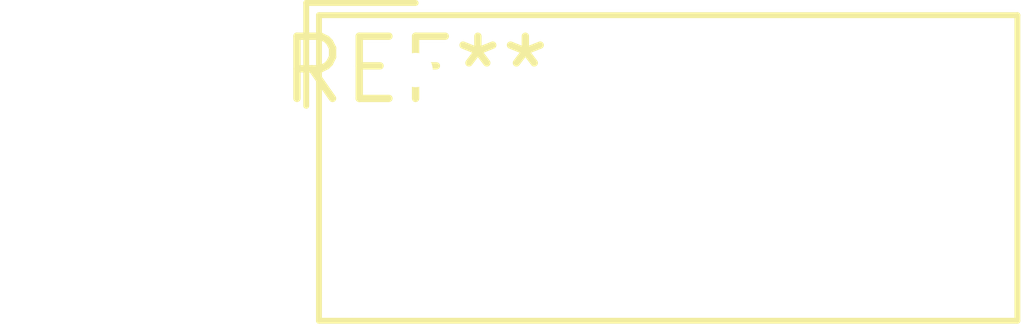
<source format=kicad_pcb>
(kicad_pcb (version 20240108) (generator pcbnew)
  (layers (0 "F.Cu" signal) (31 "B.Cu" signal) (34 "B.Paste" user) (35 "F.Paste" user) (36 "B.SilkS" user "B.Silkscreen") (37 "F.SilkS" user "F.Silkscreen") (38 "B.Mask" user) (39 "F.Mask" user) (44 "Edge.Cuts" user))
  (net 0 "")
  (footprint "Kodenshi_LG206D" (layer "F.Cu") (at 0 0)
    (property "Reference" "REF**")
    (property "Value" "Kodenshi_LG206D")
    (fp_line (start -2.23 -1.37) (end 0 -1.37) (layer "F.SilkS") (stroke (width 0.12)))
    (fp_line (start -2.23 0.73) (end -2.23 -1.37) (layer "F.SilkS") (stroke (width 0.12)))
    (fp_line (start -1.97 -1.12) (end 12.27 -1.12) (layer "F.SilkS") (stroke (width 0.12)))
    (fp_line (start -1.97 5.12) (end -1.97 -1.12) (layer "F.SilkS") (stroke (width 0.12)))
    (fp_line (start 12.27 -1.12) (end 12.27 5.12) (layer "F.SilkS") (stroke (width 0.12)))
    (fp_line (start 12.27 5.12) (end -1.97 5.12) (layer "F.SilkS") (stroke (width 0.12)))
    (pad "" np_thru_hole circle (at -1.45 4.6) (size 0.8 0.8) (drill 0.8) (layers *.Cu *.Mask))
    (pad "" np_thru_hole circle (at 7.51 -0.6) (size 0.8 0.8) (drill 0.8) (layers *.Cu *.Mask))
    (pad "1" thru_hole roundrect (at 0 0) (size 1.4 1.1) (drill 0.7) (layers *.Cu *.Mask) (remove_unused_layers) (roundrect_rratio 0.227))
    (pad "2" thru_hole oval (at 0 2) (size 1.4 1.1) (drill 0.7) (layers *.Cu *.Mask) (remove_unused_layers))
    (pad "3" thru_hole oval (at 0 4) (size 1.4 1.1) (drill 0.7) (layers *.Cu *.Mask) (remove_unused_layers))
    (pad "4" thru_hole circle (at 10.3 3.27) (size 1.4 1.4) (drill 0.7) (layers *.Cu *.Mask) (remove_unused_layers))
    (pad "5" thru_hole circle (at 10.3 0.73) (size 1.4 1.4) (drill 0.7) (layers *.Cu *.Mask) (remove_unused_layers))
  )
)
</source>
